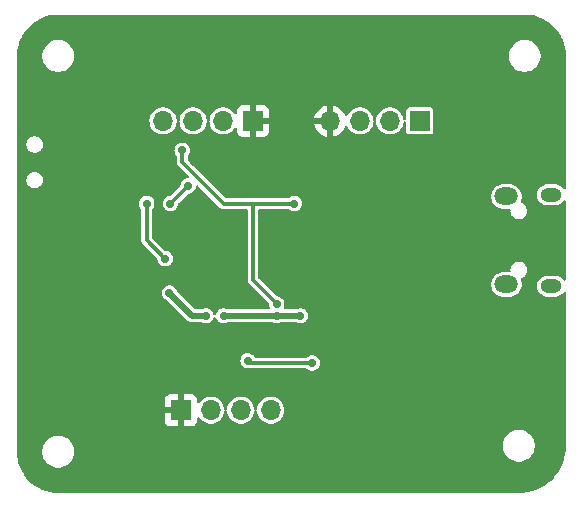
<source format=gbr>
%TF.GenerationSoftware,KiCad,Pcbnew,8.0.5-8.0.5-0~ubuntu22.04.1*%
%TF.CreationDate,2024-10-15T17:57:52+03:00*%
%TF.ProjectId,sc,73632e6b-6963-4616-945f-706362585858,rev?*%
%TF.SameCoordinates,Original*%
%TF.FileFunction,Copper,L2,Bot*%
%TF.FilePolarity,Positive*%
%FSLAX46Y46*%
G04 Gerber Fmt 4.6, Leading zero omitted, Abs format (unit mm)*
G04 Created by KiCad (PCBNEW 8.0.5-8.0.5-0~ubuntu22.04.1) date 2024-10-15 17:57:52*
%MOMM*%
%LPD*%
G01*
G04 APERTURE LIST*
%TA.AperFunction,ComponentPad*%
%ADD10R,1.700000X1.700000*%
%TD*%
%TA.AperFunction,ComponentPad*%
%ADD11O,1.700000X1.700000*%
%TD*%
%TA.AperFunction,ComponentPad*%
%ADD12O,1.800000X1.150000*%
%TD*%
%TA.AperFunction,ComponentPad*%
%ADD13O,2.000000X1.450000*%
%TD*%
%TA.AperFunction,ViaPad*%
%ADD14C,0.700000*%
%TD*%
%TA.AperFunction,Conductor*%
%ADD15C,0.300000*%
%TD*%
%TA.AperFunction,Conductor*%
%ADD16C,0.500000*%
%TD*%
G04 APERTURE END LIST*
D10*
%TO.P,J2,1,Pin_1*%
%TO.N,GND*%
X136500000Y-72500000D03*
D11*
%TO.P,J2,2,Pin_2*%
%TO.N,/USART1_RX*%
X133960000Y-72500000D03*
%TO.P,J2,3,Pin_3*%
%TO.N,/USART1_TX*%
X131420000Y-72500000D03*
%TO.P,J2,4,Pin_4*%
%TO.N,+3.3V*%
X128880000Y-72500000D03*
%TD*%
D10*
%TO.P,J3,1,Pin_1*%
%TO.N,+3.3V*%
X150620000Y-72500000D03*
D11*
%TO.P,J3,2,Pin_2*%
%TO.N,/SWDIO*%
X148080000Y-72500000D03*
%TO.P,J3,3,Pin_3*%
%TO.N,/SWCLK*%
X145540000Y-72500000D03*
%TO.P,J3,4,Pin_4*%
%TO.N,GND*%
X143000000Y-72500000D03*
%TD*%
D10*
%TO.P,J4,1,Pin_1*%
%TO.N,GND*%
X130380000Y-97000000D03*
D11*
%TO.P,J4,2,Pin_2*%
%TO.N,/I2C2_SDA*%
X132920000Y-97000000D03*
%TO.P,J4,3,Pin_3*%
%TO.N,/I2C2_SCL*%
X135460000Y-97000000D03*
%TO.P,J4,4,Pin_4*%
%TO.N,+3.3V*%
X138000000Y-97000000D03*
%TD*%
D12*
%TO.P,J1,6,Shield*%
%TO.N,unconnected-(J1-Shield-Pad6)_1*%
X161750000Y-86500000D03*
D13*
%TO.N,unconnected-(J1-Shield-Pad6)*%
X157950000Y-86350000D03*
%TO.N,unconnected-(J1-Shield-Pad6)_2*%
X157950000Y-78900000D03*
D12*
%TO.N,unconnected-(J1-Shield-Pad6)_3*%
X161750000Y-78750000D03*
%TD*%
D14*
%TO.N,+3.3V*%
X131000000Y-78000000D03*
X129500000Y-79500000D03*
X129422215Y-87077785D03*
X132500000Y-89000000D03*
X138500000Y-88000000D03*
X130500000Y-75000000D03*
X140000000Y-79500000D03*
%TO.N,GND*%
X142000000Y-81500000D03*
X132500000Y-84000000D03*
X128500000Y-86500000D03*
%TO.N,/I2C2_SCL*%
X136078262Y-92795073D03*
X141500000Y-93000000D03*
%TO.N,GND*%
X131500000Y-76000000D03*
X122000000Y-74000000D03*
%TO.N,/NRST*%
X129054487Y-84164495D03*
X127500000Y-79500000D03*
%TO.N,GND*%
X122500000Y-86500000D03*
%TO.N,+3.3V*%
X134000000Y-89000000D03*
X140500000Y-89000000D03*
X138500000Y-89000000D03*
%TO.N,GND*%
X155000000Y-80500000D03*
X150500000Y-90000000D03*
X123000000Y-82500000D03*
X126500000Y-88000000D03*
X140500000Y-74000000D03*
X137000000Y-75500000D03*
X129000000Y-92500000D03*
X136500000Y-92000000D03*
X125000000Y-80000000D03*
X128500000Y-82500000D03*
X126500000Y-82500000D03*
%TD*%
D15*
%TO.N,+3.3V*%
X131000000Y-78000000D02*
X129500000Y-79500000D01*
D16*
X131344430Y-89000000D02*
X129422215Y-87077785D01*
X132500000Y-89000000D02*
X131344430Y-89000000D01*
D15*
X136500000Y-79500000D02*
X134010050Y-79500000D01*
X136500000Y-86000000D02*
X136500000Y-79500000D01*
X140000000Y-79500000D02*
X136500000Y-79500000D01*
X138500000Y-88000000D02*
X136500000Y-86000000D01*
X130500000Y-75989950D02*
X130500000Y-75000000D01*
X134010050Y-79500000D02*
X130500000Y-75989950D01*
%TO.N,/I2C2_SCL*%
X136078262Y-92795073D02*
X136283189Y-93000000D01*
X136283189Y-93000000D02*
X141500000Y-93000000D01*
%TO.N,/NRST*%
X127500000Y-79500000D02*
X127500000Y-82610008D01*
X127500000Y-82610008D02*
X129054487Y-84164495D01*
D16*
%TO.N,+3.3V*%
X134000000Y-89000000D02*
X138500000Y-89000000D01*
X140500000Y-89000000D02*
X138500000Y-89000000D01*
%TD*%
%TA.AperFunction,Conductor*%
%TO.N,GND*%
G36*
X159503032Y-63500648D02*
G01*
X159836929Y-63517052D01*
X159849037Y-63518245D01*
X159952146Y-63533539D01*
X160176699Y-63566849D01*
X160188617Y-63569219D01*
X160509951Y-63649709D01*
X160521588Y-63653240D01*
X160592806Y-63678722D01*
X160833467Y-63764832D01*
X160844688Y-63769479D01*
X161144163Y-63911120D01*
X161154871Y-63916844D01*
X161438988Y-64087137D01*
X161449106Y-64093897D01*
X161715170Y-64291224D01*
X161724576Y-64298944D01*
X161970013Y-64521395D01*
X161978604Y-64529986D01*
X162165755Y-64736475D01*
X162201055Y-64775423D01*
X162208775Y-64784829D01*
X162406102Y-65050893D01*
X162412862Y-65061011D01*
X162541776Y-65276092D01*
X162583148Y-65345116D01*
X162588885Y-65355848D01*
X162730514Y-65655297D01*
X162735170Y-65666540D01*
X162846759Y-65978411D01*
X162850292Y-65990055D01*
X162930777Y-66311369D01*
X162933151Y-66323305D01*
X162981754Y-66650962D01*
X162982947Y-66663071D01*
X162999351Y-66996966D01*
X162999500Y-67003051D01*
X162999500Y-78148979D01*
X162979815Y-78216018D01*
X162927011Y-78261773D01*
X162857853Y-78271717D01*
X162794297Y-78242692D01*
X162772399Y-78217871D01*
X162755047Y-78191904D01*
X162755042Y-78191897D01*
X162633102Y-78069957D01*
X162633098Y-78069954D01*
X162489711Y-77974145D01*
X162489698Y-77974138D01*
X162330378Y-77908146D01*
X162330366Y-77908143D01*
X162161232Y-77874500D01*
X162161229Y-77874500D01*
X161338771Y-77874500D01*
X161338768Y-77874500D01*
X161169633Y-77908143D01*
X161169621Y-77908146D01*
X161010301Y-77974138D01*
X161010288Y-77974145D01*
X160866901Y-78069954D01*
X160866897Y-78069957D01*
X160744957Y-78191897D01*
X160744954Y-78191901D01*
X160649145Y-78335288D01*
X160649138Y-78335301D01*
X160583146Y-78494621D01*
X160583143Y-78494633D01*
X160549500Y-78663766D01*
X160549500Y-78836233D01*
X160583143Y-79005366D01*
X160583146Y-79005378D01*
X160649138Y-79164698D01*
X160649145Y-79164711D01*
X160744954Y-79308098D01*
X160744957Y-79308102D01*
X160866897Y-79430042D01*
X160866901Y-79430045D01*
X161010288Y-79525854D01*
X161010301Y-79525861D01*
X161169621Y-79591853D01*
X161169626Y-79591855D01*
X161338766Y-79625499D01*
X161338769Y-79625500D01*
X161338771Y-79625500D01*
X162161231Y-79625500D01*
X162161232Y-79625499D01*
X162330374Y-79591855D01*
X162489705Y-79525858D01*
X162633099Y-79430045D01*
X162755045Y-79308099D01*
X162772398Y-79282129D01*
X162826010Y-79237324D01*
X162895335Y-79228617D01*
X162958363Y-79258772D01*
X162995082Y-79318215D01*
X162999500Y-79351020D01*
X162999500Y-85898979D01*
X162979815Y-85966018D01*
X162927011Y-86011773D01*
X162857853Y-86021717D01*
X162794297Y-85992692D01*
X162772399Y-85967871D01*
X162755047Y-85941904D01*
X162755042Y-85941897D01*
X162633102Y-85819957D01*
X162633098Y-85819954D01*
X162489711Y-85724145D01*
X162489698Y-85724138D01*
X162330378Y-85658146D01*
X162330366Y-85658143D01*
X162161232Y-85624500D01*
X162161229Y-85624500D01*
X161338771Y-85624500D01*
X161338768Y-85624500D01*
X161169633Y-85658143D01*
X161169621Y-85658146D01*
X161010301Y-85724138D01*
X161010288Y-85724145D01*
X160866901Y-85819954D01*
X160866897Y-85819957D01*
X160744957Y-85941897D01*
X160744954Y-85941901D01*
X160649145Y-86085288D01*
X160649138Y-86085301D01*
X160583146Y-86244621D01*
X160583143Y-86244633D01*
X160549500Y-86413766D01*
X160549500Y-86586233D01*
X160583143Y-86755366D01*
X160583146Y-86755378D01*
X160649138Y-86914698D01*
X160649145Y-86914711D01*
X160744954Y-87058098D01*
X160744957Y-87058102D01*
X160866897Y-87180042D01*
X160866901Y-87180045D01*
X161010288Y-87275854D01*
X161010301Y-87275861D01*
X161155708Y-87336090D01*
X161169626Y-87341855D01*
X161338766Y-87375499D01*
X161338769Y-87375500D01*
X161338771Y-87375500D01*
X162161231Y-87375500D01*
X162161232Y-87375499D01*
X162330374Y-87341855D01*
X162489705Y-87275858D01*
X162633099Y-87180045D01*
X162755045Y-87058099D01*
X162772398Y-87032129D01*
X162826010Y-86987324D01*
X162895335Y-86978617D01*
X162958363Y-87008772D01*
X162995082Y-87068215D01*
X162999500Y-87101020D01*
X162999500Y-99997128D01*
X162999368Y-100002855D01*
X162982703Y-100363303D01*
X162981646Y-100374707D01*
X162932192Y-100729231D01*
X162930087Y-100740490D01*
X162848135Y-101088931D01*
X162845001Y-101099947D01*
X162731243Y-101439355D01*
X162727105Y-101450035D01*
X162582523Y-101777482D01*
X162577418Y-101787735D01*
X162403234Y-102100452D01*
X162397205Y-102110190D01*
X162194906Y-102405512D01*
X162188003Y-102414652D01*
X161959328Y-102690035D01*
X161951612Y-102698499D01*
X161698499Y-102951612D01*
X161690035Y-102959328D01*
X161414652Y-103188003D01*
X161405512Y-103194906D01*
X161110190Y-103397205D01*
X161100452Y-103403234D01*
X160787735Y-103577418D01*
X160777482Y-103582523D01*
X160450035Y-103727105D01*
X160439355Y-103731243D01*
X160099947Y-103845001D01*
X160088931Y-103848135D01*
X159740490Y-103930087D01*
X159729231Y-103932192D01*
X159374707Y-103981646D01*
X159363303Y-103982703D01*
X159002855Y-103999368D01*
X158997128Y-103999500D01*
X120003051Y-103999500D01*
X119996968Y-103999351D01*
X119976900Y-103998365D01*
X119663071Y-103982947D01*
X119650962Y-103981754D01*
X119323305Y-103933151D01*
X119311369Y-103930777D01*
X118990055Y-103850292D01*
X118978411Y-103846759D01*
X118666540Y-103735170D01*
X118655301Y-103730515D01*
X118355844Y-103588883D01*
X118345121Y-103583150D01*
X118061011Y-103412862D01*
X118050893Y-103406102D01*
X117784829Y-103208775D01*
X117775423Y-103201055D01*
X117736475Y-103165755D01*
X117529986Y-102978604D01*
X117521395Y-102970013D01*
X117298944Y-102724576D01*
X117291224Y-102715170D01*
X117093897Y-102449106D01*
X117087137Y-102438988D01*
X117072551Y-102414652D01*
X116916844Y-102154871D01*
X116911120Y-102144163D01*
X116769479Y-101844688D01*
X116764829Y-101833459D01*
X116759754Y-101819276D01*
X116653240Y-101521588D01*
X116649707Y-101509944D01*
X116633386Y-101444786D01*
X116569219Y-101188617D01*
X116566848Y-101176694D01*
X116518245Y-100849037D01*
X116517052Y-100836927D01*
X116510709Y-100707820D01*
X116500649Y-100503032D01*
X116500500Y-100496948D01*
X116500500Y-100393713D01*
X118649500Y-100393713D01*
X118649500Y-100606286D01*
X118668972Y-100729231D01*
X118682754Y-100816243D01*
X118703402Y-100879792D01*
X118748444Y-101018414D01*
X118844951Y-101207820D01*
X118969890Y-101379786D01*
X119120213Y-101530109D01*
X119292179Y-101655048D01*
X119292181Y-101655049D01*
X119292184Y-101655051D01*
X119481588Y-101751557D01*
X119683757Y-101817246D01*
X119893713Y-101850500D01*
X119893714Y-101850500D01*
X120106286Y-101850500D01*
X120106287Y-101850500D01*
X120316243Y-101817246D01*
X120518412Y-101751557D01*
X120707816Y-101655051D01*
X120729789Y-101639086D01*
X120879786Y-101530109D01*
X120879788Y-101530106D01*
X120879792Y-101530104D01*
X121030104Y-101379792D01*
X121030106Y-101379788D01*
X121030109Y-101379786D01*
X121155048Y-101207820D01*
X121155047Y-101207820D01*
X121155051Y-101207816D01*
X121251557Y-101018412D01*
X121317246Y-100816243D01*
X121350500Y-100606287D01*
X121350500Y-100393713D01*
X121317246Y-100183757D01*
X121251557Y-99981588D01*
X121206783Y-99893713D01*
X157649500Y-99893713D01*
X157649500Y-100106287D01*
X157682754Y-100316243D01*
X157701750Y-100374707D01*
X157748444Y-100518414D01*
X157844951Y-100707820D01*
X157969890Y-100879786D01*
X158120213Y-101030109D01*
X158292179Y-101155048D01*
X158292181Y-101155049D01*
X158292184Y-101155051D01*
X158481588Y-101251557D01*
X158683757Y-101317246D01*
X158893713Y-101350500D01*
X158893714Y-101350500D01*
X159106286Y-101350500D01*
X159106287Y-101350500D01*
X159316243Y-101317246D01*
X159518412Y-101251557D01*
X159707816Y-101155051D01*
X159783661Y-101099947D01*
X159879786Y-101030109D01*
X159879788Y-101030106D01*
X159879792Y-101030104D01*
X160030104Y-100879792D01*
X160030106Y-100879788D01*
X160030109Y-100879786D01*
X160155048Y-100707820D01*
X160155047Y-100707820D01*
X160155051Y-100707816D01*
X160251557Y-100518412D01*
X160317246Y-100316243D01*
X160350500Y-100106287D01*
X160350500Y-99893713D01*
X160317246Y-99683757D01*
X160251557Y-99481588D01*
X160155051Y-99292184D01*
X160155049Y-99292181D01*
X160155048Y-99292179D01*
X160030109Y-99120213D01*
X159879786Y-98969890D01*
X159707820Y-98844951D01*
X159518414Y-98748444D01*
X159518413Y-98748443D01*
X159518412Y-98748443D01*
X159316243Y-98682754D01*
X159316241Y-98682753D01*
X159316240Y-98682753D01*
X159154957Y-98657208D01*
X159106287Y-98649500D01*
X158893713Y-98649500D01*
X158845042Y-98657208D01*
X158683760Y-98682753D01*
X158481585Y-98748444D01*
X158292179Y-98844951D01*
X158120213Y-98969890D01*
X157969890Y-99120213D01*
X157844951Y-99292179D01*
X157748444Y-99481585D01*
X157682753Y-99683760D01*
X157649500Y-99893713D01*
X121206783Y-99893713D01*
X121155051Y-99792184D01*
X121155049Y-99792181D01*
X121155048Y-99792179D01*
X121030109Y-99620213D01*
X120879786Y-99469890D01*
X120707820Y-99344951D01*
X120518414Y-99248444D01*
X120518413Y-99248443D01*
X120518412Y-99248443D01*
X120316243Y-99182754D01*
X120316241Y-99182753D01*
X120316240Y-99182753D01*
X120154957Y-99157208D01*
X120106287Y-99149500D01*
X119893713Y-99149500D01*
X119845042Y-99157208D01*
X119683760Y-99182753D01*
X119481585Y-99248444D01*
X119292179Y-99344951D01*
X119120213Y-99469890D01*
X118969890Y-99620213D01*
X118844951Y-99792179D01*
X118748444Y-99981585D01*
X118682753Y-100183760D01*
X118649500Y-100393713D01*
X116500500Y-100393713D01*
X116500500Y-96102155D01*
X129030000Y-96102155D01*
X129030000Y-96750000D01*
X129946988Y-96750000D01*
X129914075Y-96807007D01*
X129880000Y-96934174D01*
X129880000Y-97065826D01*
X129914075Y-97192993D01*
X129946988Y-97250000D01*
X129030000Y-97250000D01*
X129030000Y-97897844D01*
X129036401Y-97957372D01*
X129036403Y-97957379D01*
X129086645Y-98092086D01*
X129086649Y-98092093D01*
X129172809Y-98207187D01*
X129172812Y-98207190D01*
X129287906Y-98293350D01*
X129287913Y-98293354D01*
X129422620Y-98343596D01*
X129422627Y-98343598D01*
X129482155Y-98349999D01*
X129482172Y-98350000D01*
X130130000Y-98350000D01*
X130130000Y-97433012D01*
X130187007Y-97465925D01*
X130314174Y-97500000D01*
X130445826Y-97500000D01*
X130572993Y-97465925D01*
X130630000Y-97433012D01*
X130630000Y-98350000D01*
X131277828Y-98350000D01*
X131277844Y-98349999D01*
X131337372Y-98343598D01*
X131337379Y-98343596D01*
X131472086Y-98293354D01*
X131472093Y-98293350D01*
X131587187Y-98207190D01*
X131587190Y-98207187D01*
X131673350Y-98092093D01*
X131673354Y-98092086D01*
X131723596Y-97957379D01*
X131723598Y-97957372D01*
X131729999Y-97897844D01*
X131730000Y-97897827D01*
X131730000Y-97703268D01*
X131749685Y-97636229D01*
X131802489Y-97590474D01*
X131871647Y-97580530D01*
X131935203Y-97609555D01*
X131952950Y-97628537D01*
X132066128Y-97778407D01*
X132223698Y-97922052D01*
X132404981Y-98034298D01*
X132603802Y-98111321D01*
X132813390Y-98150500D01*
X132813392Y-98150500D01*
X133026608Y-98150500D01*
X133026610Y-98150500D01*
X133236198Y-98111321D01*
X133435019Y-98034298D01*
X133616302Y-97922052D01*
X133773872Y-97778407D01*
X133902366Y-97608255D01*
X133956270Y-97500000D01*
X133997403Y-97417394D01*
X133997403Y-97417393D01*
X133997405Y-97417389D01*
X134055756Y-97212310D01*
X134066529Y-97096047D01*
X134092315Y-97031111D01*
X134134622Y-97000804D01*
X134243130Y-97000804D01*
X134279503Y-97021668D01*
X134311693Y-97083681D01*
X134313470Y-97096047D01*
X134324244Y-97212310D01*
X134377675Y-97400099D01*
X134382596Y-97417392D01*
X134382596Y-97417394D01*
X134477632Y-97608253D01*
X134492953Y-97628541D01*
X134606128Y-97778407D01*
X134763698Y-97922052D01*
X134944981Y-98034298D01*
X135143802Y-98111321D01*
X135353390Y-98150500D01*
X135353392Y-98150500D01*
X135566608Y-98150500D01*
X135566610Y-98150500D01*
X135776198Y-98111321D01*
X135975019Y-98034298D01*
X136156302Y-97922052D01*
X136313872Y-97778407D01*
X136442366Y-97608255D01*
X136496270Y-97500000D01*
X136537403Y-97417394D01*
X136537403Y-97417393D01*
X136537405Y-97417389D01*
X136595756Y-97212310D01*
X136606529Y-97096047D01*
X136632315Y-97031111D01*
X136674622Y-97000804D01*
X136783130Y-97000804D01*
X136819503Y-97021668D01*
X136851693Y-97083681D01*
X136853470Y-97096047D01*
X136864244Y-97212310D01*
X136917675Y-97400099D01*
X136922596Y-97417392D01*
X136922596Y-97417394D01*
X137017632Y-97608253D01*
X137032953Y-97628541D01*
X137146128Y-97778407D01*
X137303698Y-97922052D01*
X137484981Y-98034298D01*
X137683802Y-98111321D01*
X137893390Y-98150500D01*
X137893392Y-98150500D01*
X138106608Y-98150500D01*
X138106610Y-98150500D01*
X138316198Y-98111321D01*
X138515019Y-98034298D01*
X138696302Y-97922052D01*
X138853872Y-97778407D01*
X138982366Y-97608255D01*
X139036270Y-97500000D01*
X139077403Y-97417394D01*
X139077403Y-97417393D01*
X139077405Y-97417389D01*
X139135756Y-97212310D01*
X139155429Y-97000000D01*
X139135756Y-96787690D01*
X139077405Y-96582611D01*
X139077403Y-96582606D01*
X139077403Y-96582605D01*
X138982367Y-96391746D01*
X138853872Y-96221593D01*
X138722874Y-96102172D01*
X138696302Y-96077948D01*
X138515019Y-95965702D01*
X138515017Y-95965701D01*
X138365829Y-95907906D01*
X138316198Y-95888679D01*
X138106610Y-95849500D01*
X137893390Y-95849500D01*
X137683802Y-95888679D01*
X137683799Y-95888679D01*
X137683799Y-95888680D01*
X137484982Y-95965701D01*
X137484980Y-95965702D01*
X137303699Y-96077947D01*
X137146127Y-96221593D01*
X137017632Y-96391746D01*
X136922596Y-96582605D01*
X136922596Y-96582607D01*
X136864244Y-96787689D01*
X136853471Y-96903951D01*
X136827685Y-96968888D01*
X136783130Y-97000804D01*
X136674622Y-97000804D01*
X136676869Y-96999194D01*
X136640497Y-96978331D01*
X136608307Y-96916318D01*
X136606529Y-96903951D01*
X136605849Y-96896613D01*
X136595756Y-96787690D01*
X136537405Y-96582611D01*
X136537403Y-96582606D01*
X136537403Y-96582605D01*
X136442367Y-96391746D01*
X136313872Y-96221593D01*
X136182874Y-96102172D01*
X136156302Y-96077948D01*
X135975019Y-95965702D01*
X135975017Y-95965701D01*
X135825829Y-95907906D01*
X135776198Y-95888679D01*
X135566610Y-95849500D01*
X135353390Y-95849500D01*
X135143802Y-95888679D01*
X135143799Y-95888679D01*
X135143799Y-95888680D01*
X134944982Y-95965701D01*
X134944980Y-95965702D01*
X134763699Y-96077947D01*
X134606127Y-96221593D01*
X134477632Y-96391746D01*
X134382596Y-96582605D01*
X134382596Y-96582607D01*
X134324244Y-96787689D01*
X134313471Y-96903951D01*
X134287685Y-96968888D01*
X134243130Y-97000804D01*
X134134622Y-97000804D01*
X134136869Y-96999194D01*
X134100497Y-96978331D01*
X134068307Y-96916318D01*
X134066529Y-96903951D01*
X134065849Y-96896613D01*
X134055756Y-96787690D01*
X133997405Y-96582611D01*
X133997403Y-96582606D01*
X133997403Y-96582605D01*
X133902367Y-96391746D01*
X133773872Y-96221593D01*
X133642874Y-96102172D01*
X133616302Y-96077948D01*
X133435019Y-95965702D01*
X133435017Y-95965701D01*
X133285829Y-95907906D01*
X133236198Y-95888679D01*
X133026610Y-95849500D01*
X132813390Y-95849500D01*
X132603802Y-95888679D01*
X132603799Y-95888679D01*
X132603799Y-95888680D01*
X132404982Y-95965701D01*
X132404980Y-95965702D01*
X132223699Y-96077947D01*
X132066127Y-96221593D01*
X131952954Y-96371458D01*
X131896845Y-96413094D01*
X131827133Y-96417785D01*
X131765951Y-96384043D01*
X131732724Y-96322579D01*
X131730000Y-96296731D01*
X131730000Y-96102172D01*
X131729999Y-96102155D01*
X131723598Y-96042627D01*
X131723596Y-96042620D01*
X131673354Y-95907913D01*
X131673350Y-95907906D01*
X131587190Y-95792812D01*
X131587187Y-95792809D01*
X131472093Y-95706649D01*
X131472086Y-95706645D01*
X131337379Y-95656403D01*
X131337372Y-95656401D01*
X131277844Y-95650000D01*
X130630000Y-95650000D01*
X130630000Y-96566988D01*
X130572993Y-96534075D01*
X130445826Y-96500000D01*
X130314174Y-96500000D01*
X130187007Y-96534075D01*
X130130000Y-96566988D01*
X130130000Y-95650000D01*
X129482155Y-95650000D01*
X129422627Y-95656401D01*
X129422620Y-95656403D01*
X129287913Y-95706645D01*
X129287906Y-95706649D01*
X129172812Y-95792809D01*
X129172809Y-95792812D01*
X129086649Y-95907906D01*
X129086645Y-95907913D01*
X129036403Y-96042620D01*
X129036401Y-96042627D01*
X129030000Y-96102155D01*
X116500500Y-96102155D01*
X116500500Y-92795072D01*
X135422984Y-92795072D01*
X135422984Y-92795073D01*
X135442024Y-92951891D01*
X135460270Y-93000000D01*
X135498042Y-93099596D01*
X135587779Y-93229603D01*
X135706022Y-93334356D01*
X135706024Y-93334357D01*
X135845896Y-93407769D01*
X135999276Y-93445573D01*
X135999277Y-93445573D01*
X136157249Y-93445573D01*
X136164695Y-93444669D01*
X136164996Y-93447149D01*
X136213180Y-93447633D01*
X136223880Y-93450500D01*
X140980517Y-93450500D01*
X141047556Y-93470185D01*
X141062741Y-93481682D01*
X141127760Y-93539283D01*
X141127762Y-93539284D01*
X141267634Y-93612696D01*
X141421014Y-93650500D01*
X141421015Y-93650500D01*
X141578985Y-93650500D01*
X141732365Y-93612696D01*
X141872240Y-93539283D01*
X141990483Y-93434530D01*
X142080220Y-93304523D01*
X142136237Y-93156818D01*
X142155278Y-93000000D01*
X142136237Y-92843182D01*
X142080220Y-92695477D01*
X141990483Y-92565470D01*
X141872240Y-92460717D01*
X141872238Y-92460716D01*
X141872237Y-92460715D01*
X141732365Y-92387303D01*
X141578986Y-92349500D01*
X141578985Y-92349500D01*
X141421015Y-92349500D01*
X141421014Y-92349500D01*
X141267634Y-92387303D01*
X141127762Y-92460715D01*
X141062744Y-92518316D01*
X140999510Y-92548037D01*
X140980517Y-92549500D01*
X136764253Y-92549500D01*
X136697214Y-92529815D01*
X136662203Y-92495940D01*
X136620085Y-92434922D01*
X136568745Y-92360543D01*
X136450502Y-92255790D01*
X136450500Y-92255789D01*
X136450499Y-92255788D01*
X136310627Y-92182376D01*
X136157248Y-92144573D01*
X136157247Y-92144573D01*
X135999277Y-92144573D01*
X135999276Y-92144573D01*
X135845896Y-92182376D01*
X135706024Y-92255788D01*
X135587778Y-92360544D01*
X135498043Y-92490548D01*
X135498042Y-92490549D01*
X135442024Y-92638254D01*
X135422984Y-92795072D01*
X116500500Y-92795072D01*
X116500500Y-87077784D01*
X128766937Y-87077784D01*
X128766937Y-87077785D01*
X128785977Y-87234603D01*
X128839413Y-87375499D01*
X128841995Y-87382308D01*
X128931732Y-87512315D01*
X129049975Y-87617068D01*
X129189850Y-87690481D01*
X129244584Y-87703971D01*
X129302592Y-87736687D01*
X131006416Y-89440510D01*
X131131945Y-89512984D01*
X131271955Y-89550500D01*
X131271956Y-89550500D01*
X131416905Y-89550500D01*
X132118569Y-89550500D01*
X132176194Y-89564703D01*
X132267635Y-89612696D01*
X132344325Y-89631598D01*
X132421014Y-89650500D01*
X132421015Y-89650500D01*
X132578985Y-89650500D01*
X132732365Y-89612696D01*
X132872240Y-89539283D01*
X132990483Y-89434530D01*
X133080220Y-89304523D01*
X133134058Y-89162564D01*
X133176236Y-89106861D01*
X133241834Y-89082804D01*
X133310024Y-89098031D01*
X133359157Y-89147707D01*
X133365942Y-89162564D01*
X133419780Y-89304523D01*
X133509517Y-89434530D01*
X133627760Y-89539283D01*
X133627762Y-89539284D01*
X133767634Y-89612696D01*
X133921014Y-89650500D01*
X133921015Y-89650500D01*
X134078985Y-89650500D01*
X134232365Y-89612696D01*
X134323805Y-89564703D01*
X134381431Y-89550500D01*
X138118569Y-89550500D01*
X138176194Y-89564703D01*
X138267635Y-89612696D01*
X138344325Y-89631598D01*
X138421014Y-89650500D01*
X138421015Y-89650500D01*
X138578985Y-89650500D01*
X138732365Y-89612696D01*
X138823805Y-89564703D01*
X138881431Y-89550500D01*
X140118569Y-89550500D01*
X140176194Y-89564703D01*
X140267635Y-89612696D01*
X140344325Y-89631598D01*
X140421014Y-89650500D01*
X140421015Y-89650500D01*
X140578985Y-89650500D01*
X140732365Y-89612696D01*
X140872240Y-89539283D01*
X140990483Y-89434530D01*
X141080220Y-89304523D01*
X141136237Y-89156818D01*
X141155278Y-89000000D01*
X141136237Y-88843182D01*
X141080220Y-88695477D01*
X140990483Y-88565470D01*
X140872240Y-88460717D01*
X140872238Y-88460716D01*
X140872237Y-88460715D01*
X140732365Y-88387303D01*
X140578986Y-88349500D01*
X140578985Y-88349500D01*
X140421015Y-88349500D01*
X140421014Y-88349500D01*
X140267636Y-88387303D01*
X140221763Y-88411379D01*
X140176194Y-88435296D01*
X140118569Y-88449500D01*
X139204882Y-88449500D01*
X139137843Y-88429815D01*
X139092088Y-88377011D01*
X139082144Y-88307853D01*
X139088938Y-88281534D01*
X139136237Y-88156818D01*
X139155278Y-88000000D01*
X139136237Y-87843182D01*
X139080220Y-87695477D01*
X138990483Y-87565470D01*
X138872240Y-87460717D01*
X138872238Y-87460716D01*
X138872237Y-87460715D01*
X138732365Y-87387303D01*
X138578986Y-87349500D01*
X138578985Y-87349500D01*
X138537965Y-87349500D01*
X138470926Y-87329815D01*
X138450284Y-87313181D01*
X137386095Y-86248992D01*
X156649500Y-86248992D01*
X156649500Y-86451007D01*
X156688907Y-86649119D01*
X156688909Y-86649127D01*
X156766212Y-86835752D01*
X156766217Y-86835762D01*
X156878441Y-87003718D01*
X157021281Y-87146558D01*
X157189237Y-87258782D01*
X157189241Y-87258784D01*
X157189244Y-87258786D01*
X157375873Y-87336091D01*
X157573992Y-87375499D01*
X157573996Y-87375500D01*
X157573997Y-87375500D01*
X158326004Y-87375500D01*
X158326005Y-87375499D01*
X158524127Y-87336091D01*
X158710756Y-87258786D01*
X158878718Y-87146558D01*
X159021558Y-87003718D01*
X159133786Y-86835756D01*
X159211091Y-86649127D01*
X159250500Y-86451003D01*
X159250500Y-86248997D01*
X159211091Y-86050873D01*
X159169932Y-85951507D01*
X159162463Y-85882037D01*
X159193738Y-85819558D01*
X159244060Y-85789700D01*
X159243207Y-85787452D01*
X159250222Y-85784790D01*
X159250225Y-85784790D01*
X159400852Y-85705734D01*
X159528183Y-85592929D01*
X159624818Y-85452930D01*
X159685140Y-85293872D01*
X159705645Y-85125000D01*
X159685140Y-84956128D01*
X159624818Y-84797070D01*
X159611096Y-84777191D01*
X159560423Y-84703779D01*
X159528183Y-84657071D01*
X159400852Y-84544266D01*
X159400849Y-84544263D01*
X159250226Y-84465210D01*
X159085056Y-84424500D01*
X158914944Y-84424500D01*
X158749773Y-84465210D01*
X158599150Y-84544263D01*
X158471816Y-84657072D01*
X158375182Y-84797068D01*
X158314860Y-84956125D01*
X158314859Y-84956130D01*
X158294355Y-85124999D01*
X158301708Y-85185553D01*
X158290248Y-85254476D01*
X158243344Y-85306263D01*
X158178612Y-85324500D01*
X157573992Y-85324500D01*
X157375880Y-85363907D01*
X157375872Y-85363909D01*
X157189247Y-85441212D01*
X157189237Y-85441217D01*
X157021281Y-85553441D01*
X156878441Y-85696281D01*
X156766217Y-85864237D01*
X156766212Y-85864247D01*
X156688909Y-86050872D01*
X156688907Y-86050880D01*
X156649500Y-86248992D01*
X137386095Y-86248992D01*
X136986819Y-85849716D01*
X136953334Y-85788393D01*
X136950500Y-85762035D01*
X136950500Y-80074500D01*
X136970185Y-80007461D01*
X137022989Y-79961706D01*
X137074500Y-79950500D01*
X139480517Y-79950500D01*
X139547556Y-79970185D01*
X139562741Y-79981682D01*
X139627760Y-80039283D01*
X139627762Y-80039284D01*
X139767634Y-80112696D01*
X139921014Y-80150500D01*
X139921015Y-80150500D01*
X140078985Y-80150500D01*
X140232365Y-80112696D01*
X140305140Y-80074500D01*
X140372240Y-80039283D01*
X140490483Y-79934530D01*
X140580220Y-79804523D01*
X140636237Y-79656818D01*
X140655278Y-79500000D01*
X140636237Y-79343182D01*
X140622931Y-79308098D01*
X140613083Y-79282129D01*
X140580220Y-79195477D01*
X140490483Y-79065470D01*
X140372240Y-78960717D01*
X140372238Y-78960716D01*
X140372237Y-78960715D01*
X140232365Y-78887303D01*
X140078986Y-78849500D01*
X140078985Y-78849500D01*
X139921015Y-78849500D01*
X139921014Y-78849500D01*
X139767634Y-78887303D01*
X139627762Y-78960715D01*
X139627760Y-78960717D01*
X139577362Y-79005366D01*
X139562744Y-79018316D01*
X139499510Y-79048037D01*
X139480517Y-79049500D01*
X134248015Y-79049500D01*
X134180976Y-79029815D01*
X134160334Y-79013181D01*
X133946145Y-78798992D01*
X156649500Y-78798992D01*
X156649500Y-79001007D01*
X156688907Y-79199119D01*
X156688909Y-79199127D01*
X156766212Y-79385752D01*
X156766217Y-79385762D01*
X156878441Y-79553718D01*
X157021281Y-79696558D01*
X157189237Y-79808782D01*
X157189241Y-79808784D01*
X157189244Y-79808786D01*
X157375873Y-79886091D01*
X157545326Y-79919797D01*
X157573992Y-79925499D01*
X157573996Y-79925500D01*
X158178612Y-79925500D01*
X158245651Y-79945185D01*
X158291406Y-79997989D01*
X158301708Y-80064447D01*
X158294355Y-80125000D01*
X158314859Y-80293869D01*
X158314860Y-80293874D01*
X158375182Y-80452931D01*
X158437475Y-80543177D01*
X158471817Y-80592929D01*
X158577505Y-80686560D01*
X158599150Y-80705736D01*
X158749773Y-80784789D01*
X158749775Y-80784790D01*
X158914944Y-80825500D01*
X159085056Y-80825500D01*
X159250225Y-80784790D01*
X159329692Y-80743081D01*
X159400849Y-80705736D01*
X159400850Y-80705734D01*
X159400852Y-80705734D01*
X159528183Y-80592929D01*
X159624818Y-80452930D01*
X159685140Y-80293872D01*
X159705645Y-80125000D01*
X159685140Y-79956128D01*
X159673524Y-79925500D01*
X159648869Y-79860487D01*
X159624818Y-79797070D01*
X159528183Y-79657071D01*
X159400852Y-79544266D01*
X159400849Y-79544263D01*
X159250225Y-79465209D01*
X159243210Y-79462549D01*
X159244131Y-79460119D01*
X159194438Y-79431186D01*
X159162649Y-79368967D01*
X159169544Y-79299439D01*
X159169932Y-79298492D01*
X159176710Y-79282129D01*
X159211091Y-79199127D01*
X159250500Y-79001003D01*
X159250500Y-78798997D01*
X159211091Y-78600873D01*
X159133786Y-78414244D01*
X159133784Y-78414241D01*
X159133782Y-78414237D01*
X159021558Y-78246281D01*
X158878718Y-78103441D01*
X158710762Y-77991217D01*
X158710752Y-77991212D01*
X158524127Y-77913909D01*
X158524119Y-77913907D01*
X158326007Y-77874500D01*
X158326003Y-77874500D01*
X157573997Y-77874500D01*
X157573992Y-77874500D01*
X157375880Y-77913907D01*
X157375872Y-77913909D01*
X157189247Y-77991212D01*
X157189237Y-77991217D01*
X157021281Y-78103441D01*
X156878441Y-78246281D01*
X156766217Y-78414237D01*
X156766212Y-78414247D01*
X156688909Y-78600872D01*
X156688907Y-78600880D01*
X156649500Y-78798992D01*
X133946145Y-78798992D01*
X130986819Y-75839666D01*
X130953334Y-75778343D01*
X130950500Y-75751985D01*
X130950500Y-75525759D01*
X130970185Y-75458720D01*
X130985846Y-75440444D01*
X130985509Y-75440145D01*
X130990481Y-75434532D01*
X130990481Y-75434531D01*
X130990483Y-75434530D01*
X131080220Y-75304523D01*
X131136237Y-75156818D01*
X131155278Y-75000000D01*
X131148788Y-74946545D01*
X131136237Y-74843181D01*
X131083578Y-74704332D01*
X131080220Y-74695477D01*
X130990483Y-74565470D01*
X130872240Y-74460717D01*
X130872238Y-74460716D01*
X130872237Y-74460715D01*
X130732365Y-74387303D01*
X130578986Y-74349500D01*
X130578985Y-74349500D01*
X130421015Y-74349500D01*
X130421014Y-74349500D01*
X130267634Y-74387303D01*
X130127762Y-74460715D01*
X130009516Y-74565471D01*
X129919781Y-74695475D01*
X129919780Y-74695476D01*
X129863762Y-74843181D01*
X129844722Y-74999999D01*
X129844722Y-75000000D01*
X129863762Y-75156818D01*
X129919780Y-75304523D01*
X129919781Y-75304524D01*
X130009518Y-75434532D01*
X130014491Y-75440145D01*
X130013044Y-75441426D01*
X130044850Y-75492120D01*
X130049500Y-75525759D01*
X130049500Y-76049258D01*
X130073712Y-76139622D01*
X130080200Y-76163835D01*
X130080200Y-76163836D01*
X130080201Y-76163837D01*
X130139511Y-76266564D01*
X130139513Y-76266566D01*
X131010766Y-77137819D01*
X131044251Y-77199142D01*
X131039267Y-77268834D01*
X130997395Y-77324767D01*
X130931931Y-77349184D01*
X130923085Y-77349500D01*
X130921014Y-77349500D01*
X130767634Y-77387303D01*
X130627762Y-77460715D01*
X130509516Y-77565471D01*
X130419781Y-77695475D01*
X130419780Y-77695476D01*
X130363763Y-77843180D01*
X130347367Y-77978209D01*
X130319745Y-78042387D01*
X130311952Y-78050943D01*
X129549716Y-78813181D01*
X129488393Y-78846666D01*
X129462035Y-78849500D01*
X129421014Y-78849500D01*
X129267634Y-78887303D01*
X129127762Y-78960715D01*
X129009516Y-79065471D01*
X128919781Y-79195475D01*
X128919780Y-79195476D01*
X128863762Y-79343181D01*
X128844722Y-79499999D01*
X128844722Y-79500000D01*
X128863762Y-79656818D01*
X128878834Y-79696558D01*
X128919780Y-79804523D01*
X129009517Y-79934530D01*
X129127760Y-80039283D01*
X129127762Y-80039284D01*
X129267634Y-80112696D01*
X129421014Y-80150500D01*
X129421015Y-80150500D01*
X129578985Y-80150500D01*
X129732365Y-80112696D01*
X129805140Y-80074500D01*
X129872240Y-80039283D01*
X129990483Y-79934530D01*
X130080220Y-79804523D01*
X130136237Y-79656818D01*
X130152632Y-79521787D01*
X130180254Y-79457611D01*
X130188036Y-79449065D01*
X130950284Y-78686819D01*
X131011607Y-78653334D01*
X131037965Y-78650500D01*
X131078985Y-78650500D01*
X131232365Y-78612696D01*
X131254878Y-78600880D01*
X131372240Y-78539283D01*
X131490483Y-78434530D01*
X131580220Y-78304523D01*
X131636237Y-78156818D01*
X131648149Y-78058711D01*
X131675769Y-77994536D01*
X131733703Y-77955478D01*
X131803555Y-77953943D01*
X131858925Y-77985978D01*
X133733436Y-79860489D01*
X133733437Y-79860490D01*
X133733439Y-79860491D01*
X133792743Y-79894729D01*
X133792746Y-79894732D01*
X133826987Y-79914500D01*
X133836164Y-79919799D01*
X133950741Y-79950500D01*
X135925500Y-79950500D01*
X135992539Y-79970185D01*
X136038294Y-80022989D01*
X136049500Y-80074500D01*
X136049500Y-86059308D01*
X136070686Y-86138379D01*
X136080200Y-86173885D01*
X136080200Y-86173886D01*
X136080201Y-86173887D01*
X136139511Y-86276614D01*
X136139513Y-86276616D01*
X137811952Y-87949055D01*
X137845437Y-88010378D01*
X137847367Y-88021789D01*
X137863762Y-88156817D01*
X137883932Y-88209999D01*
X137911060Y-88281530D01*
X137916427Y-88351192D01*
X137883280Y-88412698D01*
X137822142Y-88446519D01*
X137795118Y-88449500D01*
X134381431Y-88449500D01*
X134323805Y-88435296D01*
X134232365Y-88387304D01*
X134232364Y-88387303D01*
X134232363Y-88387303D01*
X134078986Y-88349500D01*
X134078985Y-88349500D01*
X133921015Y-88349500D01*
X133921014Y-88349500D01*
X133767634Y-88387303D01*
X133627762Y-88460715D01*
X133509516Y-88565471D01*
X133419781Y-88695474D01*
X133365942Y-88837436D01*
X133323764Y-88893138D01*
X133258166Y-88917195D01*
X133189976Y-88901968D01*
X133140843Y-88852292D01*
X133134058Y-88837436D01*
X133125375Y-88814542D01*
X133080220Y-88695477D01*
X132990483Y-88565470D01*
X132872240Y-88460717D01*
X132872238Y-88460716D01*
X132872237Y-88460715D01*
X132732365Y-88387303D01*
X132578986Y-88349500D01*
X132578985Y-88349500D01*
X132421015Y-88349500D01*
X132421014Y-88349500D01*
X132267636Y-88387303D01*
X132221763Y-88411379D01*
X132176194Y-88435296D01*
X132118569Y-88449500D01*
X131623816Y-88449500D01*
X131556777Y-88429815D01*
X131536135Y-88413181D01*
X130813435Y-87690481D01*
X130086152Y-86963197D01*
X130057891Y-86919487D01*
X130026134Y-86835752D01*
X130002435Y-86773262D01*
X129912698Y-86643255D01*
X129794455Y-86538502D01*
X129794453Y-86538501D01*
X129794452Y-86538500D01*
X129654580Y-86465088D01*
X129501201Y-86427285D01*
X129501200Y-86427285D01*
X129343230Y-86427285D01*
X129343229Y-86427285D01*
X129189849Y-86465088D01*
X129049977Y-86538500D01*
X128931731Y-86643256D01*
X128841996Y-86773260D01*
X128841995Y-86773261D01*
X128785977Y-86920966D01*
X128766937Y-87077784D01*
X116500500Y-87077784D01*
X116500500Y-79499999D01*
X126844722Y-79499999D01*
X126844722Y-79500000D01*
X126863762Y-79656818D01*
X126878834Y-79696558D01*
X126919780Y-79804523D01*
X126958409Y-79860487D01*
X127009518Y-79934532D01*
X127014491Y-79940145D01*
X127013044Y-79941426D01*
X127044850Y-79992120D01*
X127049500Y-80025759D01*
X127049500Y-82669316D01*
X127073712Y-82759680D01*
X127080200Y-82783893D01*
X127080200Y-82783894D01*
X127080201Y-82783895D01*
X127139511Y-82886622D01*
X127139513Y-82886624D01*
X128366439Y-84113551D01*
X128399924Y-84174874D01*
X128401854Y-84186285D01*
X128418250Y-84321314D01*
X128472823Y-84465210D01*
X128474267Y-84469018D01*
X128564004Y-84599025D01*
X128682247Y-84703778D01*
X128682249Y-84703779D01*
X128822121Y-84777191D01*
X128975501Y-84814995D01*
X128975502Y-84814995D01*
X129133472Y-84814995D01*
X129286852Y-84777191D01*
X129426727Y-84703778D01*
X129544970Y-84599025D01*
X129634707Y-84469018D01*
X129690724Y-84321313D01*
X129709765Y-84164495D01*
X129690724Y-84007677D01*
X129634707Y-83859972D01*
X129544970Y-83729965D01*
X129426727Y-83625212D01*
X129426725Y-83625211D01*
X129426724Y-83625210D01*
X129286852Y-83551798D01*
X129133473Y-83513995D01*
X129133472Y-83513995D01*
X129092453Y-83513995D01*
X129025414Y-83494310D01*
X129004772Y-83477676D01*
X127986819Y-82459723D01*
X127953334Y-82398400D01*
X127950500Y-82372042D01*
X127950500Y-80025759D01*
X127970185Y-79958720D01*
X127985846Y-79940444D01*
X127985509Y-79940145D01*
X127990481Y-79934532D01*
X127990481Y-79934531D01*
X127990483Y-79934530D01*
X128080220Y-79804523D01*
X128136237Y-79656818D01*
X128155278Y-79500000D01*
X128136237Y-79343182D01*
X128122931Y-79308098D01*
X128113083Y-79282129D01*
X128080220Y-79195477D01*
X127990483Y-79065470D01*
X127872240Y-78960717D01*
X127872238Y-78960716D01*
X127872237Y-78960715D01*
X127732365Y-78887303D01*
X127578986Y-78849500D01*
X127578985Y-78849500D01*
X127421015Y-78849500D01*
X127421014Y-78849500D01*
X127267634Y-78887303D01*
X127127762Y-78960715D01*
X127009516Y-79065471D01*
X126919781Y-79195475D01*
X126919780Y-79195476D01*
X126863762Y-79343181D01*
X126844722Y-79499999D01*
X116500500Y-79499999D01*
X116500500Y-77568995D01*
X117299499Y-77568995D01*
X117326418Y-77704322D01*
X117326421Y-77704332D01*
X117379221Y-77831804D01*
X117379228Y-77831817D01*
X117455885Y-77946541D01*
X117455888Y-77946545D01*
X117553454Y-78044111D01*
X117553458Y-78044114D01*
X117668182Y-78120771D01*
X117668195Y-78120778D01*
X117795667Y-78173578D01*
X117795672Y-78173580D01*
X117795676Y-78173580D01*
X117795677Y-78173581D01*
X117931004Y-78200500D01*
X117931007Y-78200500D01*
X118068995Y-78200500D01*
X118160041Y-78182389D01*
X118204328Y-78173580D01*
X118331811Y-78120775D01*
X118446542Y-78044114D01*
X118544114Y-77946542D01*
X118620775Y-77831811D01*
X118673580Y-77704328D01*
X118700500Y-77568993D01*
X118700500Y-77431007D01*
X118700500Y-77431004D01*
X118673581Y-77295677D01*
X118673580Y-77295676D01*
X118673580Y-77295672D01*
X118673578Y-77295667D01*
X118620778Y-77168195D01*
X118620771Y-77168182D01*
X118544114Y-77053458D01*
X118544111Y-77053454D01*
X118446545Y-76955888D01*
X118446541Y-76955885D01*
X118331817Y-76879228D01*
X118331804Y-76879221D01*
X118204332Y-76826421D01*
X118204322Y-76826418D01*
X118068995Y-76799500D01*
X118068993Y-76799500D01*
X117931007Y-76799500D01*
X117931005Y-76799500D01*
X117795677Y-76826418D01*
X117795667Y-76826421D01*
X117668195Y-76879221D01*
X117668182Y-76879228D01*
X117553458Y-76955885D01*
X117553454Y-76955888D01*
X117455888Y-77053454D01*
X117455885Y-77053458D01*
X117379228Y-77168182D01*
X117379221Y-77168195D01*
X117326421Y-77295667D01*
X117326418Y-77295677D01*
X117299500Y-77431004D01*
X117299500Y-77431007D01*
X117299500Y-77568993D01*
X117299500Y-77568995D01*
X117299499Y-77568995D01*
X116500500Y-77568995D01*
X116500500Y-74568995D01*
X117299499Y-74568995D01*
X117326418Y-74704322D01*
X117326421Y-74704332D01*
X117379221Y-74831804D01*
X117379228Y-74831817D01*
X117455885Y-74946541D01*
X117455888Y-74946545D01*
X117553454Y-75044111D01*
X117553458Y-75044114D01*
X117668182Y-75120771D01*
X117668195Y-75120778D01*
X117795667Y-75173578D01*
X117795672Y-75173580D01*
X117795676Y-75173580D01*
X117795677Y-75173581D01*
X117931004Y-75200500D01*
X117931007Y-75200500D01*
X118068995Y-75200500D01*
X118160041Y-75182389D01*
X118204328Y-75173580D01*
X118331811Y-75120775D01*
X118446542Y-75044114D01*
X118544114Y-74946542D01*
X118620775Y-74831811D01*
X118673580Y-74704328D01*
X118700500Y-74568993D01*
X118700500Y-74431007D01*
X118700500Y-74431004D01*
X118673581Y-74295677D01*
X118673580Y-74295676D01*
X118673580Y-74295672D01*
X118673578Y-74295667D01*
X118620778Y-74168195D01*
X118620771Y-74168182D01*
X118544114Y-74053458D01*
X118544111Y-74053454D01*
X118446545Y-73955888D01*
X118446541Y-73955885D01*
X118331817Y-73879228D01*
X118331804Y-73879221D01*
X118204332Y-73826421D01*
X118204322Y-73826418D01*
X118068995Y-73799500D01*
X118068993Y-73799500D01*
X117931007Y-73799500D01*
X117931005Y-73799500D01*
X117795677Y-73826418D01*
X117795667Y-73826421D01*
X117668195Y-73879221D01*
X117668182Y-73879228D01*
X117553458Y-73955885D01*
X117553454Y-73955888D01*
X117455888Y-74053454D01*
X117455885Y-74053458D01*
X117379228Y-74168182D01*
X117379221Y-74168195D01*
X117326421Y-74295667D01*
X117326418Y-74295677D01*
X117299500Y-74431004D01*
X117299500Y-74431007D01*
X117299500Y-74568993D01*
X117299500Y-74568995D01*
X117299499Y-74568995D01*
X116500500Y-74568995D01*
X116500500Y-72500000D01*
X127724571Y-72500000D01*
X127744244Y-72712310D01*
X127797675Y-72900099D01*
X127802596Y-72917392D01*
X127802596Y-72917394D01*
X127897632Y-73108253D01*
X127969385Y-73203268D01*
X128026128Y-73278407D01*
X128183698Y-73422052D01*
X128364981Y-73534298D01*
X128563802Y-73611321D01*
X128773390Y-73650500D01*
X128773392Y-73650500D01*
X128986608Y-73650500D01*
X128986610Y-73650500D01*
X129196198Y-73611321D01*
X129395019Y-73534298D01*
X129576302Y-73422052D01*
X129733872Y-73278407D01*
X129862366Y-73108255D01*
X129916270Y-73000000D01*
X129957403Y-72917394D01*
X129957403Y-72917393D01*
X129957405Y-72917389D01*
X130015756Y-72712310D01*
X130026529Y-72596047D01*
X130052315Y-72531111D01*
X130094622Y-72500804D01*
X130203130Y-72500804D01*
X130239503Y-72521668D01*
X130271693Y-72583681D01*
X130273470Y-72596047D01*
X130284244Y-72712310D01*
X130337675Y-72900099D01*
X130342596Y-72917392D01*
X130342596Y-72917394D01*
X130437632Y-73108253D01*
X130509385Y-73203268D01*
X130566128Y-73278407D01*
X130723698Y-73422052D01*
X130904981Y-73534298D01*
X131103802Y-73611321D01*
X131313390Y-73650500D01*
X131313392Y-73650500D01*
X131526608Y-73650500D01*
X131526610Y-73650500D01*
X131736198Y-73611321D01*
X131935019Y-73534298D01*
X132116302Y-73422052D01*
X132273872Y-73278407D01*
X132402366Y-73108255D01*
X132456270Y-73000000D01*
X132497403Y-72917394D01*
X132497403Y-72917393D01*
X132497405Y-72917389D01*
X132555756Y-72712310D01*
X132566529Y-72596047D01*
X132592315Y-72531111D01*
X132634622Y-72500804D01*
X132743130Y-72500804D01*
X132779503Y-72521668D01*
X132811693Y-72583681D01*
X132813470Y-72596047D01*
X132824244Y-72712310D01*
X132877675Y-72900099D01*
X132882596Y-72917392D01*
X132882596Y-72917394D01*
X132977632Y-73108253D01*
X133049385Y-73203268D01*
X133106128Y-73278407D01*
X133263698Y-73422052D01*
X133444981Y-73534298D01*
X133643802Y-73611321D01*
X133853390Y-73650500D01*
X133853392Y-73650500D01*
X134066608Y-73650500D01*
X134066610Y-73650500D01*
X134276198Y-73611321D01*
X134475019Y-73534298D01*
X134656302Y-73422052D01*
X134813872Y-73278407D01*
X134927047Y-73128540D01*
X134983155Y-73086905D01*
X135052867Y-73082214D01*
X135114049Y-73115956D01*
X135147276Y-73177419D01*
X135150000Y-73203268D01*
X135150000Y-73397844D01*
X135156401Y-73457372D01*
X135156403Y-73457379D01*
X135206645Y-73592086D01*
X135206649Y-73592093D01*
X135292809Y-73707187D01*
X135292812Y-73707190D01*
X135407906Y-73793350D01*
X135407913Y-73793354D01*
X135542620Y-73843596D01*
X135542627Y-73843598D01*
X135602155Y-73849999D01*
X135602172Y-73850000D01*
X136250000Y-73850000D01*
X136250000Y-72933012D01*
X136307007Y-72965925D01*
X136434174Y-73000000D01*
X136565826Y-73000000D01*
X136692993Y-72965925D01*
X136750000Y-72933012D01*
X136750000Y-73850000D01*
X137397828Y-73850000D01*
X137397844Y-73849999D01*
X137457372Y-73843598D01*
X137457379Y-73843596D01*
X137592086Y-73793354D01*
X137592093Y-73793350D01*
X137707187Y-73707190D01*
X137707190Y-73707187D01*
X137793350Y-73592093D01*
X137793354Y-73592086D01*
X137843596Y-73457379D01*
X137843598Y-73457372D01*
X137849999Y-73397844D01*
X137850000Y-73397827D01*
X137850000Y-72750000D01*
X136933012Y-72750000D01*
X136965925Y-72692993D01*
X137000000Y-72565826D01*
X137000000Y-72434174D01*
X136965925Y-72307007D01*
X136933012Y-72250000D01*
X137850000Y-72250000D01*
X137850000Y-72249999D01*
X141669364Y-72249999D01*
X141669364Y-72250000D01*
X142566988Y-72250000D01*
X142534075Y-72307007D01*
X142500000Y-72434174D01*
X142500000Y-72565826D01*
X142534075Y-72692993D01*
X142566988Y-72750000D01*
X141669364Y-72750000D01*
X141726567Y-72963486D01*
X141726570Y-72963492D01*
X141826399Y-73177578D01*
X141961894Y-73371082D01*
X142128917Y-73538105D01*
X142322421Y-73673600D01*
X142536507Y-73773429D01*
X142536516Y-73773433D01*
X142750000Y-73830634D01*
X142750000Y-72933012D01*
X142807007Y-72965925D01*
X142934174Y-73000000D01*
X143065826Y-73000000D01*
X143192993Y-72965925D01*
X143250000Y-72933012D01*
X143250000Y-73830633D01*
X143463483Y-73773433D01*
X143463492Y-73773429D01*
X143677578Y-73673600D01*
X143871082Y-73538105D01*
X144038105Y-73371082D01*
X144173600Y-73177578D01*
X144267294Y-72976651D01*
X144313466Y-72924212D01*
X144380660Y-72905060D01*
X144447541Y-72925276D01*
X144490676Y-72973785D01*
X144557632Y-73108253D01*
X144629385Y-73203268D01*
X144686128Y-73278407D01*
X144843698Y-73422052D01*
X145024981Y-73534298D01*
X145223802Y-73611321D01*
X145433390Y-73650500D01*
X145433392Y-73650500D01*
X145646608Y-73650500D01*
X145646610Y-73650500D01*
X145856198Y-73611321D01*
X146055019Y-73534298D01*
X146236302Y-73422052D01*
X146393872Y-73278407D01*
X146522366Y-73108255D01*
X146576270Y-73000000D01*
X146617403Y-72917394D01*
X146617403Y-72917393D01*
X146617405Y-72917389D01*
X146675756Y-72712310D01*
X146686529Y-72596047D01*
X146712315Y-72531111D01*
X146754622Y-72500804D01*
X146863130Y-72500804D01*
X146899503Y-72521668D01*
X146931693Y-72583681D01*
X146933470Y-72596047D01*
X146944244Y-72712310D01*
X146997675Y-72900099D01*
X147002596Y-72917392D01*
X147002596Y-72917394D01*
X147097632Y-73108253D01*
X147169385Y-73203268D01*
X147226128Y-73278407D01*
X147383698Y-73422052D01*
X147564981Y-73534298D01*
X147763802Y-73611321D01*
X147973390Y-73650500D01*
X147973392Y-73650500D01*
X148186608Y-73650500D01*
X148186610Y-73650500D01*
X148396198Y-73611321D01*
X148595019Y-73534298D01*
X148776302Y-73422052D01*
X148933872Y-73278407D01*
X149062366Y-73108255D01*
X149116270Y-73000000D01*
X149157403Y-72917394D01*
X149157403Y-72917393D01*
X149157405Y-72917389D01*
X149215756Y-72712310D01*
X149222029Y-72644605D01*
X149247814Y-72579669D01*
X149304614Y-72538981D01*
X149374395Y-72535461D01*
X149435002Y-72570225D01*
X149467193Y-72632238D01*
X149469500Y-72656047D01*
X149469500Y-73394856D01*
X149469502Y-73394882D01*
X149472413Y-73419987D01*
X149472415Y-73419991D01*
X149517793Y-73522764D01*
X149517794Y-73522765D01*
X149597235Y-73602206D01*
X149700009Y-73647585D01*
X149725135Y-73650500D01*
X151514864Y-73650499D01*
X151514879Y-73650497D01*
X151514882Y-73650497D01*
X151539987Y-73647586D01*
X151539988Y-73647585D01*
X151539991Y-73647585D01*
X151642765Y-73602206D01*
X151722206Y-73522765D01*
X151767585Y-73419991D01*
X151770500Y-73394865D01*
X151770499Y-71605136D01*
X151770497Y-71605117D01*
X151767586Y-71580012D01*
X151767585Y-71580010D01*
X151767585Y-71580009D01*
X151722206Y-71477235D01*
X151642765Y-71397794D01*
X151622124Y-71388680D01*
X151539992Y-71352415D01*
X151514865Y-71349500D01*
X149725143Y-71349500D01*
X149725117Y-71349502D01*
X149700012Y-71352413D01*
X149700008Y-71352415D01*
X149597235Y-71397793D01*
X149517794Y-71477234D01*
X149472415Y-71580006D01*
X149472415Y-71580008D01*
X149469500Y-71605131D01*
X149469500Y-72343951D01*
X149449815Y-72410990D01*
X149397011Y-72456745D01*
X149327853Y-72466689D01*
X149264297Y-72437664D01*
X149226523Y-72378886D01*
X149222029Y-72355391D01*
X149215756Y-72287689D01*
X149188812Y-72192993D01*
X149157405Y-72082611D01*
X149157403Y-72082606D01*
X149157403Y-72082605D01*
X149062367Y-71891746D01*
X148933872Y-71721593D01*
X148776302Y-71577948D01*
X148595019Y-71465702D01*
X148595017Y-71465701D01*
X148445829Y-71407906D01*
X148396198Y-71388679D01*
X148186610Y-71349500D01*
X147973390Y-71349500D01*
X147763802Y-71388679D01*
X147763799Y-71388679D01*
X147763799Y-71388680D01*
X147564982Y-71465701D01*
X147564980Y-71465702D01*
X147383699Y-71577947D01*
X147226127Y-71721593D01*
X147097632Y-71891746D01*
X147002596Y-72082605D01*
X147002596Y-72082607D01*
X146944244Y-72287689D01*
X146933471Y-72403951D01*
X146907685Y-72468888D01*
X146863130Y-72500804D01*
X146754622Y-72500804D01*
X146756869Y-72499194D01*
X146720497Y-72478331D01*
X146688307Y-72416318D01*
X146686529Y-72403951D01*
X146680969Y-72343951D01*
X146675756Y-72287690D01*
X146617405Y-72082611D01*
X146617403Y-72082606D01*
X146617403Y-72082605D01*
X146522367Y-71891746D01*
X146393872Y-71721593D01*
X146236302Y-71577948D01*
X146055019Y-71465702D01*
X146055017Y-71465701D01*
X145905829Y-71407906D01*
X145856198Y-71388679D01*
X145646610Y-71349500D01*
X145433390Y-71349500D01*
X145223802Y-71388679D01*
X145223799Y-71388679D01*
X145223799Y-71388680D01*
X145024982Y-71465701D01*
X145024980Y-71465702D01*
X144843699Y-71577947D01*
X144686127Y-71721593D01*
X144557634Y-71891744D01*
X144490676Y-72026215D01*
X144443173Y-72077452D01*
X144375510Y-72094873D01*
X144309170Y-72072947D01*
X144267294Y-72023348D01*
X144173600Y-71822422D01*
X144173599Y-71822420D01*
X144038113Y-71628926D01*
X144038108Y-71628920D01*
X143871082Y-71461894D01*
X143677578Y-71326399D01*
X143463492Y-71226570D01*
X143463486Y-71226567D01*
X143250000Y-71169364D01*
X143250000Y-72066988D01*
X143192993Y-72034075D01*
X143065826Y-72000000D01*
X142934174Y-72000000D01*
X142807007Y-72034075D01*
X142750000Y-72066988D01*
X142750000Y-71169364D01*
X142749999Y-71169364D01*
X142536513Y-71226567D01*
X142536507Y-71226570D01*
X142322422Y-71326399D01*
X142322420Y-71326400D01*
X142128926Y-71461886D01*
X142128920Y-71461891D01*
X141961891Y-71628920D01*
X141961886Y-71628926D01*
X141826400Y-71822420D01*
X141826399Y-71822422D01*
X141726570Y-72036507D01*
X141726567Y-72036513D01*
X141669364Y-72249999D01*
X137850000Y-72249999D01*
X137850000Y-71602172D01*
X137849999Y-71602155D01*
X137843598Y-71542627D01*
X137843596Y-71542620D01*
X137793354Y-71407913D01*
X137793350Y-71407906D01*
X137707190Y-71292812D01*
X137707187Y-71292809D01*
X137592093Y-71206649D01*
X137592086Y-71206645D01*
X137457379Y-71156403D01*
X137457372Y-71156401D01*
X137397844Y-71150000D01*
X136750000Y-71150000D01*
X136750000Y-72066988D01*
X136692993Y-72034075D01*
X136565826Y-72000000D01*
X136434174Y-72000000D01*
X136307007Y-72034075D01*
X136250000Y-72066988D01*
X136250000Y-71150000D01*
X135602155Y-71150000D01*
X135542627Y-71156401D01*
X135542620Y-71156403D01*
X135407913Y-71206645D01*
X135407906Y-71206649D01*
X135292812Y-71292809D01*
X135292809Y-71292812D01*
X135206649Y-71407906D01*
X135206645Y-71407913D01*
X135156403Y-71542620D01*
X135156401Y-71542627D01*
X135150000Y-71602155D01*
X135150000Y-71796731D01*
X135130315Y-71863770D01*
X135077511Y-71909525D01*
X135008353Y-71919469D01*
X134944797Y-71890444D01*
X134927046Y-71871458D01*
X134813872Y-71721593D01*
X134656302Y-71577948D01*
X134475019Y-71465702D01*
X134475017Y-71465701D01*
X134325829Y-71407906D01*
X134276198Y-71388679D01*
X134066610Y-71349500D01*
X133853390Y-71349500D01*
X133643802Y-71388679D01*
X133643799Y-71388679D01*
X133643799Y-71388680D01*
X133444982Y-71465701D01*
X133444980Y-71465702D01*
X133263699Y-71577947D01*
X133106127Y-71721593D01*
X132977632Y-71891746D01*
X132882596Y-72082605D01*
X132882596Y-72082607D01*
X132824244Y-72287689D01*
X132813471Y-72403951D01*
X132787685Y-72468888D01*
X132743130Y-72500804D01*
X132634622Y-72500804D01*
X132636869Y-72499194D01*
X132600497Y-72478331D01*
X132568307Y-72416318D01*
X132566529Y-72403951D01*
X132560969Y-72343951D01*
X132555756Y-72287690D01*
X132497405Y-72082611D01*
X132497403Y-72082606D01*
X132497403Y-72082605D01*
X132402367Y-71891746D01*
X132273872Y-71721593D01*
X132116302Y-71577948D01*
X131935019Y-71465702D01*
X131935017Y-71465701D01*
X131785829Y-71407906D01*
X131736198Y-71388679D01*
X131526610Y-71349500D01*
X131313390Y-71349500D01*
X131103802Y-71388679D01*
X131103799Y-71388679D01*
X131103799Y-71388680D01*
X130904982Y-71465701D01*
X130904980Y-71465702D01*
X130723699Y-71577947D01*
X130566127Y-71721593D01*
X130437632Y-71891746D01*
X130342596Y-72082605D01*
X130342596Y-72082607D01*
X130284244Y-72287689D01*
X130273471Y-72403951D01*
X130247685Y-72468888D01*
X130203130Y-72500804D01*
X130094622Y-72500804D01*
X130096869Y-72499194D01*
X130060497Y-72478331D01*
X130028307Y-72416318D01*
X130026529Y-72403951D01*
X130020969Y-72343951D01*
X130015756Y-72287690D01*
X129957405Y-72082611D01*
X129957403Y-72082606D01*
X129957403Y-72082605D01*
X129862367Y-71891746D01*
X129733872Y-71721593D01*
X129576302Y-71577948D01*
X129395019Y-71465702D01*
X129395017Y-71465701D01*
X129245829Y-71407906D01*
X129196198Y-71388679D01*
X128986610Y-71349500D01*
X128773390Y-71349500D01*
X128563802Y-71388679D01*
X128563799Y-71388679D01*
X128563799Y-71388680D01*
X128364982Y-71465701D01*
X128364980Y-71465702D01*
X128183699Y-71577947D01*
X128026127Y-71721593D01*
X127897632Y-71891746D01*
X127802596Y-72082605D01*
X127802596Y-72082607D01*
X127744244Y-72287689D01*
X127730671Y-72434174D01*
X127724571Y-72500000D01*
X116500500Y-72500000D01*
X116500500Y-67003051D01*
X116500649Y-66996967D01*
X116503737Y-66934108D01*
X116505721Y-66893713D01*
X118649500Y-66893713D01*
X118649500Y-67106286D01*
X118682753Y-67316239D01*
X118748444Y-67518414D01*
X118844951Y-67707820D01*
X118969890Y-67879786D01*
X119120213Y-68030109D01*
X119292179Y-68155048D01*
X119292181Y-68155049D01*
X119292184Y-68155051D01*
X119481588Y-68251557D01*
X119683757Y-68317246D01*
X119893713Y-68350500D01*
X119893714Y-68350500D01*
X120106286Y-68350500D01*
X120106287Y-68350500D01*
X120316243Y-68317246D01*
X120518412Y-68251557D01*
X120707816Y-68155051D01*
X120729789Y-68139086D01*
X120879786Y-68030109D01*
X120879788Y-68030106D01*
X120879792Y-68030104D01*
X121030104Y-67879792D01*
X121030106Y-67879788D01*
X121030109Y-67879786D01*
X121155048Y-67707820D01*
X121155047Y-67707820D01*
X121155051Y-67707816D01*
X121251557Y-67518412D01*
X121317246Y-67316243D01*
X121350500Y-67106287D01*
X121350500Y-66893713D01*
X158149500Y-66893713D01*
X158149500Y-67106286D01*
X158182753Y-67316239D01*
X158248444Y-67518414D01*
X158344951Y-67707820D01*
X158469890Y-67879786D01*
X158620213Y-68030109D01*
X158792179Y-68155048D01*
X158792181Y-68155049D01*
X158792184Y-68155051D01*
X158981588Y-68251557D01*
X159183757Y-68317246D01*
X159393713Y-68350500D01*
X159393714Y-68350500D01*
X159606286Y-68350500D01*
X159606287Y-68350500D01*
X159816243Y-68317246D01*
X160018412Y-68251557D01*
X160207816Y-68155051D01*
X160229789Y-68139086D01*
X160379786Y-68030109D01*
X160379788Y-68030106D01*
X160379792Y-68030104D01*
X160530104Y-67879792D01*
X160530106Y-67879788D01*
X160530109Y-67879786D01*
X160655048Y-67707820D01*
X160655047Y-67707820D01*
X160655051Y-67707816D01*
X160751557Y-67518412D01*
X160817246Y-67316243D01*
X160850500Y-67106287D01*
X160850500Y-66893713D01*
X160817246Y-66683757D01*
X160751557Y-66481588D01*
X160655051Y-66292184D01*
X160655049Y-66292181D01*
X160655048Y-66292179D01*
X160530109Y-66120213D01*
X160379786Y-65969890D01*
X160207820Y-65844951D01*
X160018414Y-65748444D01*
X160018413Y-65748443D01*
X160018412Y-65748443D01*
X159816243Y-65682754D01*
X159816241Y-65682753D01*
X159816240Y-65682753D01*
X159654957Y-65657208D01*
X159606287Y-65649500D01*
X159393713Y-65649500D01*
X159345042Y-65657208D01*
X159183760Y-65682753D01*
X158981585Y-65748444D01*
X158792179Y-65844951D01*
X158620213Y-65969890D01*
X158469890Y-66120213D01*
X158344951Y-66292179D01*
X158248444Y-66481585D01*
X158182753Y-66683760D01*
X158149500Y-66893713D01*
X121350500Y-66893713D01*
X121317246Y-66683757D01*
X121251557Y-66481588D01*
X121155051Y-66292184D01*
X121155049Y-66292181D01*
X121155048Y-66292179D01*
X121030109Y-66120213D01*
X120879786Y-65969890D01*
X120707820Y-65844951D01*
X120518414Y-65748444D01*
X120518413Y-65748443D01*
X120518412Y-65748443D01*
X120316243Y-65682754D01*
X120316241Y-65682753D01*
X120316240Y-65682753D01*
X120154957Y-65657208D01*
X120106287Y-65649500D01*
X119893713Y-65649500D01*
X119845042Y-65657208D01*
X119683760Y-65682753D01*
X119481585Y-65748444D01*
X119292179Y-65844951D01*
X119120213Y-65969890D01*
X118969890Y-66120213D01*
X118844951Y-66292179D01*
X118748444Y-66481585D01*
X118682753Y-66683760D01*
X118649500Y-66893713D01*
X116505721Y-66893713D01*
X116517052Y-66663068D01*
X116518245Y-66650962D01*
X116543370Y-66481585D01*
X116566849Y-66323296D01*
X116569218Y-66311385D01*
X116649710Y-65990043D01*
X116653240Y-65978411D01*
X116700993Y-65844951D01*
X116764835Y-65666525D01*
X116769476Y-65655318D01*
X116911124Y-65355828D01*
X116916840Y-65345136D01*
X117087145Y-65060998D01*
X117093888Y-65050905D01*
X117291232Y-64784818D01*
X117298935Y-64775433D01*
X117521405Y-64529975D01*
X117529975Y-64521405D01*
X117775433Y-64298935D01*
X117784818Y-64291232D01*
X118050905Y-64093888D01*
X118060998Y-64087145D01*
X118345136Y-63916840D01*
X118355828Y-63911124D01*
X118655318Y-63769476D01*
X118666525Y-63764835D01*
X118978412Y-63653239D01*
X118990043Y-63649710D01*
X119311385Y-63569218D01*
X119323296Y-63566849D01*
X119650962Y-63518244D01*
X119663068Y-63517052D01*
X119996967Y-63500648D01*
X120003051Y-63500500D01*
X120065892Y-63500500D01*
X159434108Y-63500500D01*
X159496949Y-63500500D01*
X159503032Y-63500648D01*
G37*
%TD.AperFunction*%
%TD*%
M02*

</source>
